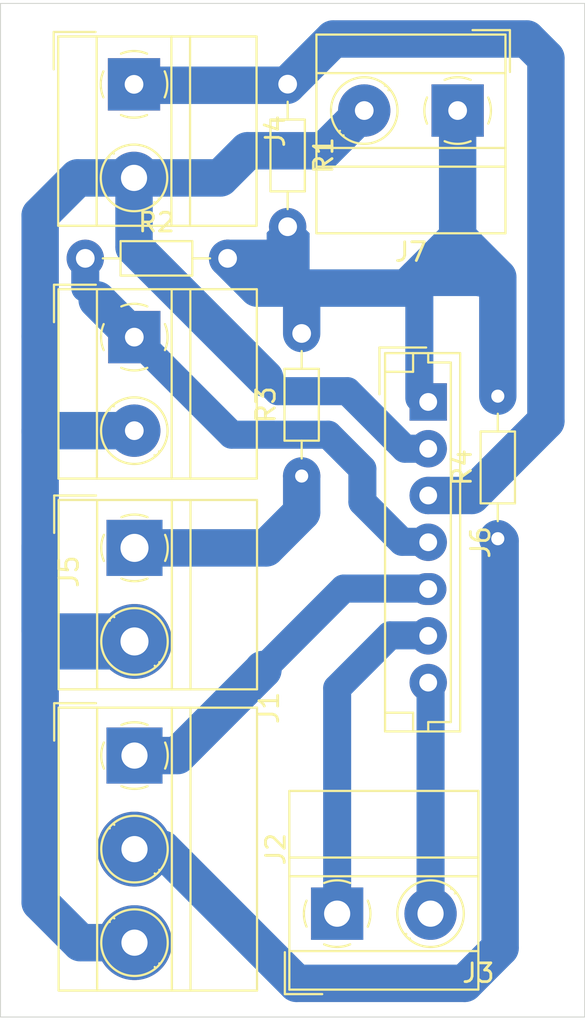
<source format=kicad_pcb>
(kicad_pcb (version 20240108) (generator "pcbnew") (generator_version "8.0")
  (layers (0 "F.Cu" signal) (31 "B.Cu" signal) (34 "B.Paste" user) (35 "F.Paste" user) (36 "B.SilkS" user "B.Silkscreen") (37 "F.SilkS" user "F.Silkscreen") (38 "B.Mask" user) (39 "F.Mask" user) (44 "Edge.Cuts" user))
  (net 0 "")
  (net 1 "GND")
  (net 2 "Net-(J1-Pin_1)")
  (net 3 "Net-(J3-Pin_2)")
  (net 4 "Net-(J3-Pin_1)")
  (net 5 "Net-(J4-Pin_1)")
  (net 6 "Net-(J5-Pin_1)")
  (net 7 "+5C")
  (net 8 "Net-(J2-Pin_1)")
  (net 9 "Net-(J2-Pin_2)")
  (footprint "TerminalBlock_MetzConnect:TerminalBlock_MetzConnect_Type011_RT05502HBWC_1x02_P5.00mm_Horizontal" (layer "F.Cu") (at 31.125 67.775 -90)
    (property "Reference" "J4" (at 2.5 -7.56 -90) (layer "F.SilkS"))
    (property "Value" "k a")
    (fp_line (start -2.8 4.3) (end -0.8 4.3) (stroke (width 0.12)) (layer "F.SilkS"))
    (fp_line (start -2.56 4.06) (end 7.56 4.06) (stroke (width 0.12)) (layer "F.SilkS"))
    (fp_line (start -2.8 2.06) (end -2.8 4.3) (stroke (width 0.12)) (layer "F.SilkS"))
    (fp_line (start -2.56 2) (end 7.56 2) (stroke (width 0.12)) (layer "F.SilkS"))
    (fp_line (start 3.892 1.325) (end 3.868 1.35) (stroke (width 0.12)) (layer "F.SilkS"))
    (fp_line (start 3.7 1.083) (end 3.65 1.133) (stroke (width 0.12)) (layer "F.SilkS"))
    (fp_line (start 6.35 -1.133) (end 6.301 -1.083) (stroke (width 0.12)) (layer "F.SilkS"))
    (fp_line (start 6.133 -1.35) (end 6.108 -1.326) (stroke (width 0.12)) (layer "F.SilkS"))
    (fp_line (start -2.56 -2) (end 7.56 -2) (stroke (width 0.12)) (layer "F.SilkS"))
    (fp_line (start -2.56 -3) (end 7.56 -3) (stroke (width 0.12)) (layer "F.SilkS"))
    (fp_line (start -2.56 -6.56) (end -2.56 4.06) (stroke (width 0.12)) (layer "F.SilkS"))
    (fp_line (start -2.56 -6.56) (end 7.56 -6.56) (stroke (width 0.12)) (layer "F.SilkS"))
    (fp_line (start 7.56 -6.56) (end 7.56 4.06) (stroke (width 0.12)) (layer "F.SilkS"))
    (fp_arc (start 0.030814 1.78039) (mid -0.340023 1.747891) (end -0.696 1.639) (stroke (width 0.12)) (layer "F.SilkS"))
    (fp_arc (start 0.695501 1.638499) (mid 0.354875 1.744266) (end 0 1.78) (stroke (width 0.12)) (layer "F.SilkS"))
    (fp_arc (start -1.639206 0.695516) (mid -1.780657 -0.000263) (end -1.639 -0.696) (stroke (width 0.12)) (layer "F.SilkS"))
    (fp_arc (start 1.639206 -0.695516) (mid 1.780657 0.000263) (end 1.639 0.696) (stroke (width 0.12)) (layer "F.SilkS"))
    (fp_arc (start -0.695516 -1.639206) (mid 0.000263 -1.780657) (end 0.696 -1.639) (stroke (width 0.12)) (layer "F.SilkS"))
    (fp_circle (center 5 0) (end 6.78 0) (stroke (width 0.12)) (fill none) (layer "F.SilkS"))
    (pad "1" thru_hole rect (at 0 0 270) (size 2.8 2.8) (drill 1) (layers "*.Cu" "*.Mask") (net 5 "Net-(J4-Pin_1)"))
    (pad "2" thru_hole circle (at 5 0 270) (size 2.8 2.8) (drill 1.4) (layers "*.Cu" "*.Mask") (net 1 "GND"))
  )
  (footprint "Resistor_THT:R_Axial_DIN0204_L3.6mm_D1.6mm_P7.62mm_Horizontal" (layer "F.Cu") (at 50.6 92.06 90)
    (property "Reference" "R4" (at 3.81 -1.92 90) (layer "F.SilkS"))
    (property "Value" "10 k")
    (fp_line (start 5.73 -0.92) (end 1.89 -0.92) (stroke (width 0.12)) (layer "F.SilkS"))
    (fp_line (start 1.89 -0.92) (end 1.89 0.92) (stroke (width 0.12)) (layer "F.SilkS"))
    (fp_line (start 6.68 0) (end 5.73 0) (stroke (width 0.12)) (layer "F.SilkS"))
    (fp_line (start 0.94 0) (end 1.89 0) (stroke (width 0.12)) (layer "F.SilkS"))
    (fp_line (start 5.73 0.92) (end 5.73 -0.92) (stroke (width 0.12)) (layer "F.SilkS"))
    (fp_line (start 1.89 0.92) (end 5.73 0.92) (stroke (width 0.12)) (layer "F.SilkS"))
    (pad "1" thru_hole circle (at 0 0 90) (size 1.4 1.4) (drill 0.7) (layers "*.Cu" "*.Mask") (net 9 "Net-(J2-Pin_2)"))
    (pad "2" thru_hole oval (at 7.62 0 90) (size 1.4 1.4) (drill 0.7) (layers "*.Cu" "*.Mask") (net 7 "+5C"))
  )
  (footprint "Resistor_THT:R_Axial_DIN0204_L3.6mm_D1.6mm_P7.62mm_Horizontal" (layer "F.Cu") (at 39.35 67.765 -90)
    (property "Reference" "R1" (at 3.81 -1.92 90) (layer "F.SilkS"))
    (property "Value" "10 k")
    (fp_line (start 1.89 0.92) (end 5.73 0.92) (stroke (width 0.12)) (layer "F.SilkS"))
    (fp_line (start 5.73 0.92) (end 5.73 -0.92) (stroke (width 0.12)) (layer "F.SilkS"))
    (fp_line (start 0.94 0) (end 1.89 0) (stroke (width 0.12)) (layer "F.SilkS"))
    (fp_line (start 6.68 0) (end 5.73 0) (stroke (width 0.12)) (layer "F.SilkS"))
    (fp_line (start 1.89 -0.92) (end 1.89 0.92) (stroke (width 0.12)) (layer "F.SilkS"))
    (fp_line (start 5.73 -0.92) (end 1.89 -0.92) (stroke (width 0.12)) (layer "F.SilkS"))
    (pad "1" thru_hole circle (at 0 0 270) (size 1.4 1.4) (drill 1) (layers "*.Cu" "*.Mask") (net 5 "Net-(J4-Pin_1)"))
    (pad "2" thru_hole circle (at 7.62 0 270) (size 2 2) (drill 1) (layers "*.Cu" "*.Mask") (net 7 "+5C"))
  )
  (footprint "Connector_JST:JST_EH_B7B-EH-A_1x07_P2.50mm_Vertical" (layer "F.Cu") (at 46.875 84.75 -90)
    (property "Reference" "J6" (at 7.5 -2.8 -90) (layer "F.SilkS"))
    (property "Value" "Conn_01x07_Pin")
    (fp_line (start -2.91 2.61) (end -0.41 2.61) (stroke (width 0.12)) (layer "F.SilkS"))
    (fp_line (start -2.61 2.31) (end 17.61 2.31) (stroke (width 0.12)) (layer "F.SilkS"))
    (fp_line (start 17.61 2.31) (end 17.61 -1.71) (stroke (width 0.12)) (layer "F.SilkS"))
    (fp_line (start -2.61 0.81) (end -1.61 0.81) (stroke (width 0.12)) (layer "F.SilkS"))
    (fp_line (start -1.61 0.81) (end -1.61 2.31) (stroke (width 0.12)) (layer "F.SilkS"))
    (fp_line (start 16.61 0.81) (end 16.61 2.31) (stroke (width 0.12)) (layer "F.SilkS"))
    (fp_line (start 17.61 0.81) (end 16.61 0.81) (stroke (width 0.12)) (layer "F.SilkS"))
    (fp_line (start -2.91 0.11) (end -2.91 2.61) (stroke (width 0.12)) (layer "F.SilkS"))
    (fp_line (start -2.61 0) (end -2.11 0) (stroke (width 0.12)) (layer "F.SilkS"))
    (fp_line (start -2.11 0) (end -2.11 -1.21) (stroke (width 0.12)) (layer "F.SilkS"))
    (fp_line (start 17.11 0) (end 17.61 0) (stroke (width 0.12)) (layer "F.SilkS"))
    (fp_line (start -2.11 -1.21) (end 17.11 -1.21) (stroke (width 0.12)) (layer "F.SilkS"))
    (fp_line (start 17.11 -1.21) (end 17.11 0) (stroke (width 0.12)) (layer "F.SilkS"))
    (fp_line (start -2.61 -1.71) (end -2.61 2.31) (stroke (width 0.12)) (layer "F.SilkS"))
    (fp_line (start 17.61 -1.71) (end -2.61 -1.71) (stroke (width 0.12)) (layer "F.SilkS"))
    (pad "1" thru_hole rect (at 0 0 270) (size 2 2) (drill 0.95) (layers "*.Cu" "*.Mask") (net 7 "+5C"))
    (pad "2" thru_hole oval (at 2.5 0 270) (size 2 2) (drill 0.95) (layers "*.Cu" "*.Mask") (net 1 "GND"))
    (pad "3" thru_hole oval (at 5 0 270) (size 2 2) (drill 0.95) (layers "*.Cu" "*.Mask") (net 5 "Net-(J4-Pin_1)"))
    (pad "4" thru_hole oval (at 7.5 0 270) (size 2 2) (drill 0.95) (layers "*.Cu" "*.Mask") (net 6 "Net-(J5-Pin_1)"))
    (pad "5" thru_hole oval (at 10 0 270) (size 1.7 1.95) (drill 0.95) (layers "*.Cu" "*.Mask") (net 8 "Net-(J2-Pin_1)"))
    (pad "6" thru_hole oval (at 12.5 0 270) (size 2 2) (drill 0.95) (layers "*.Cu" "*.Mask") (net 4 "Net-(J3-Pin_1)"))
    (pad "7" thru_hole oval (at 15 0 270) (size 2 2) (drill 0.95) (layers "*.Cu" "*.Mask") (net 3 "Net-(J3-Pin_2)"))
  )
  (footprint "TerminalBlock_MetzConnect:TerminalBlock_MetzConnect_Type011_RT05502HBWC_1x02_P5.00mm_Horizontal" (layer "F.Cu") (at 31.15 92.55 -90)
    (property "Reference" "J1" (at 8.55 -7.21 -90) (layer "F.SilkS"))
    (property "Value" "switch")
    (fp_line (start -2.8 4.3) (end -0.8 4.3) (stroke (width 0.12)) (layer "F.SilkS"))
    (fp_line (start -2.56 4.06) (end 7.56 4.06) (stroke (width 0.12)) (layer "F.SilkS"))
    (fp_line (start -2.8 2.06) (end -2.8 4.3) (stroke (width 0.12)) (layer "F.SilkS"))
    (fp_line (start -2.56 2) (end 7.56 2) (stroke (width 0.12)) (layer "F.SilkS"))
    (fp_line (start 3.892 1.325) (end 3.868 1.35) (stroke (width 0.12)) (layer "F.SilkS"))
    (fp_line (start 3.7 1.083) (end 3.65 1.133) (stroke (width 0.12)) (layer "F.SilkS"))
    (fp_line (start 6.35 -1.133) (end 6.301 -1.083) (stroke (width 0.12)) (layer "F.SilkS"))
    (fp_line (start 6.133 -1.35) (end 6.108 -1.326) (stroke (width 0.12)) (layer "F.SilkS"))
    (fp_line (start -2.56 -2) (end 7.56 -2) (stroke (width 0.12)) (layer "F.SilkS"))
    (fp_line (start -2.56 -3) (end 7.56 -3) (stroke (width 0.12)) (layer "F.SilkS"))
    (fp_line (start -2.56 -6.56) (end -2.56 4.06) (stroke (width 0.12)) (layer "F.SilkS"))
    (fp_line (start -2.56 -6.56) (end 7.56 -6.56) (stroke (width 0.12)) (layer "F.SilkS"))
    (fp_line (start 7.56 -6.56) (end 7.56 4.06) (stroke (width 0.12)) (layer "F.SilkS"))
    (fp_arc (start 0.030814 1.78039) (mid -0.340023 1.747891) (end -0.696 1.639) (stroke (width 0.12)) (layer "F.SilkS"))
    (fp_arc (start 0.695501 1.638499) (mid 0.354875 1.744266) (end 0 1.78) (stroke (width 0.12)) (layer "F.SilkS"))
    (fp_arc (start -1.639206 0.695516) (mid -1.780657 -0.000263) (end -1.639 -0.696) (stroke (width 0.12)) (layer "F.SilkS"))
    (fp_arc (start 1.639206 -0.695516) (mid 1.780657 0.000263) (end 1.639 0.696) (stroke (width 0.12)) (layer "F.SilkS"))
    (fp_arc (start -0.695516 -1.639206) (mid 0.000263 -1.780657) (end 0.696 -1.639) (stroke (width 0.12)) (layer "F.SilkS"))
    (fp_circle (center 5 0) (end 6.78 0) (stroke (width 0.12)) (fill none) (layer "F.SilkS"))
    (pad "1" thru_hole rect (at 0 0 270) (size 3 3) (drill 1.5) (layers "*.Cu" "*.Mask") (net 2 "Net-(J1-Pin_1)"))
    (pad "2" thru_hole circle (at 5 0 270) (size 4 4) (drill 1.5) (layers "*.Cu" "*.Mask") (net 1 "GND"))
  )
  (footprint "TerminalBlock_MetzConnect:TerminalBlock_MetzConnect_Type011_RT05502HBWC_1x02_P5.00mm_Horizontal" (layer "F.Cu") (at 42 112.1)
    (property "Reference" "J3" (at 7.56 3.175 0) (layer "F.SilkS"))
    (property "Value" "bala paiin")
    (fp_line (start -2.8 2.06) (end -2.8 4.3) (stroke (width 0.12)) (layer "F.SilkS"))
    (fp_line (start -2.8 4.3) (end -0.8 4.3) (stroke (width 0.12)) (layer "F.SilkS"))
    (fp_line (start -2.56 -6.56) (end -2.56 4.06) (stroke (width 0.12)) (layer "F.SilkS"))
    (fp_line (start -2.56 -6.56) (end 7.56 -6.56) (stroke (width 0.12)) (layer "F.SilkS"))
    (fp_line (start -2.56 -3) (end 7.56 -3) (stroke (width 0.12)) (layer "F.SilkS"))
    (fp_line (start -2.56 -2) (end 7.56 -2) (stroke (width 0.12)) (layer "F.SilkS"))
    (fp_line (start -2.56 2) (end 7.56 2) (stroke (width 0.12)) (layer "F.SilkS"))
    (fp_line (start -2.56 4.06) (end 7.56 4.06) (stroke (width 0.12)) (layer "F.SilkS"))
    (fp_line (start 3.7 1.083) (end 3.65 1.133) (stroke (width 0.12)) (layer "F.SilkS"))
    (fp_line (start 3.892 1.325) (end 3.868 1.35) (stroke (width 0.12)) (layer "F.SilkS"))
    (fp_line (start 6.133 -1.35) (end 6.108 -1.326) (stroke (width 0.12)) (layer "F.SilkS"))
    (fp_line (start 6.35 -1.133) (end 6.301 -1.083) (stroke (width 0.12)) (layer "F.SilkS"))
    (fp_line (start 7.56 -6.56) (end 7.56 4.06) (stroke (width 0.12)) (layer "F.SilkS"))
    (fp_arc (start -1.639206 0.695516) (mid -1.780657 -0.000263) (end -1.639 -0.696) (stroke (width 0.12)) (layer "F.SilkS"))
    (fp_arc (start -0.695516 -1.639206) (mid 0.000263 -1.780657) (end 0.696 -1.639) (stroke (width 0.12)) (layer "F.SilkS"))
    (fp_arc (start 0.030814 1.78039) (mid -0.340023 1.747891) (end -0.696 1.639) (stroke (width 0.12)) (layer "F.SilkS"))
    (fp_arc (start 0.695501 1.638499) (mid 0.354875 1.744266) (end 0 1.78) (stroke (width 0.12)) (layer "F.SilkS"))
    (fp_arc (start 1.639206 -0.695516) (mid 1.780657 0.000263) (end 1.639 0.696) (stroke (width 0.12)) (layer "F.SilkS"))
    (fp_circle (center 5 0) (end 6.78 0) (stroke (width 0.12)) (fill none) (layer "F.SilkS"))
    (pad "1" thru_hole rect (at 0 0) (size 2.8 2.8) (drill 1.4) (layers "*.Cu" "*.Mask") (net 4 "Net-(J3-Pin_1)"))
    (pad "2" thru_hole circle (at 5 0) (size 2.8 2.8) (drill 1.4) (layers "*.Cu" "*.Mask") (net 3 "Net-(J3-Pin_2)"))
  )
  (footprint "TerminalBlock_MetzConnect:TerminalBlock_MetzConnect_Type011_RT05502HBWC_1x02_P5.00mm_Horizontal" (layer "F.Cu") (at 48.45 69.175 180)
    (property "Reference" "J7" (at 2.5 -7.56 0) (layer "F.SilkS"))
    (property "Value" "5+")
    (fp_line (start 7.56 -6.56) (end 7.56 4.06) (stroke (width 0.12)) (layer "F.SilkS"))
    (fp_line (start 6.35 -1.133) (end 6.301 -1.083) (stroke (width 0.12)) (layer "F.SilkS"))
    (fp_line (start 6.133 -1.35) (end 6.108 -1.326) (stroke (width 0.12)) (layer "F.SilkS"))
    (fp_line (start 3.892 1.325) (end 3.868 1.35) (stroke (width 0.12)) (layer "F.SilkS"))
    (fp_line (start 3.7 1.083) (end 3.65 1.133) (stroke (width 0.12)) (layer "F.SilkS"))
    (fp_line (start -2.56 4.06) (end 7.56 4.06) (stroke (width 0.12)) (layer "F.SilkS"))
    (fp_line (start -2.56 2) (end 7.56 2) (stroke (width 0.12)) (layer "F.SilkS"))
    (fp_line (start -2.56 -2) (end 7.56 -2) (stroke (width 0.12)) (layer "F.SilkS"))
    (fp_line (start -2.56 -3) (end 7.56 -3) (stroke (width 0.12)) (layer "F.SilkS"))
    (fp_line (start -2.56 -6.56) (end 7.56 -6.56) (stroke (width 0.12)) (layer "F.SilkS"))
    (fp_line (start -2.56 -6.56) (end -2.56 4.06) (stroke (width 0.12)) (layer "F.SilkS"))
    (fp_line (start -2.8 4.3) (end -0.8 4.3) (stroke (width 0.12)) (layer "F.SilkS"))
    (fp_line (start -2.8 2.06) (end -2.8 4.3) (stroke (width 0.12)) (layer "F.SilkS"))
    (fp_arc (start 1.639206 -0.695516) (mid 1.780657 0.000263) (end 1.639 0.696) (stroke (width 0.12)) (layer "F.SilkS"))
    (fp_arc (start 0.695501 1.638499) (mid 0.354875 1.744266) (end 0 1.78) (stroke (width 0.12)) (layer "F.SilkS"))
    (fp_arc (start 0.030814 1.78039) (mid -0.340023 1.747891) (end -0.696 1.639) (stroke (width 0.12)) (layer "F.SilkS"))
    (fp_arc (start -0.695516 -1.639206) (mid 0.000263 -1.780657) (end 0.696 -1.639) (stroke (width 0.12)) (layer "F.SilkS"))
    (fp_arc (start -1.639206 0.695516) (mid -1.780657 -0.000263) (end -1.639 -0.696) (stroke (width 0.12)) (layer "F.SilkS"))
    (fp_circle (center 5 0) (end 6.78 0) (stroke (width 0.12)) (fill none) (layer "F.SilkS"))
    (pad "1" thru_hole rect (at 0 0 180) (size 2.8 2.8) (drill 1) (layers "*.Cu" "*.Mask") (net 7 "+5C"))
    (pad "2" thru_hole circle (at 5 0 180) (size 2.8 2.8) (drill 1) (layers "*.Cu" "*.Mask") (net 1 "GND"))
  )
  (footprint "Resistor_THT:R_Axial_DIN0204_L3.6mm_D1.6mm_P7.62mm_Horizontal" (layer "F.Cu") (at 40.1 88.71 90)
    (property "Reference" "R3" (at 3.81 -1.92 90) (layer "F.SilkS"))
    (property "Value" "10 k")
    (fp_line (start 5.73 -0.92) (end 1.89 -0.92) (stroke (width 0.12)) (layer "F.SilkS"))
    (fp_line (start 1.89 -0.92) (end 1.89 0.92) (stroke (width 0.12)) (layer "F.SilkS"))
    (fp_line (start 6.68 0) (end 5.73 0) (stroke (width 0.12)) (layer "F.SilkS"))
    (fp_line (start 0.94 0) (end 1.89 0) (stroke (width 0.12)) (layer "F.SilkS"))
    (fp_line (start 5.73 0.92) (end 5.73 -0.92) (stroke (width 0.12)) (layer "F.SilkS"))
    (fp_line (start 1.89 0.92) (end 5.73 0.92) (stroke (width 0.12)) (layer "F.SilkS"))
    (pad "1" thru_hole circle (at 0 0 90) (size 2 2) (drill 0.7) (layers "*.Cu" "*.Mask") (net 2 "Net-(J1-Pin_1)"))
    (pad "2" thru_hole oval (at 7.62 0 90) (size 1.4 1.4) (drill 1) (layers "*.Cu" "*.Mask") (net 7 "+5C"))
  )
  (footprint "Resistor_THT:R_Axial_DIN0204_L3.6mm_D1.6mm_P7.62mm_Horizontal" (layer "F.Cu") (at 28.515 77.075)
    (property "Reference" "R2" (at 3.81 -1.92 0) (layer "F.SilkS"))
    (property "Value" "10 k")
    (fp_line (start 0.94 0) (end 1.89 0) (stroke (width 0.12)) (layer "F.SilkS"))
    (fp_line (start 1.89 -0.92) (end 1.89 0.92) (stroke (width 0.12)) (layer "F.SilkS"))
    (fp_line (start 1.89 0.92) (end 5.73 0.92) (stroke (width 0.12)) (layer "F.SilkS"))
    (fp_line (start 5.73 -0.92) (end 1.89 -0.92) (stroke (width 0.12)) (layer "F.SilkS"))
    (fp_line (start 5.73 0.92) (end 5.73 -0.92) (stroke (width 0.12)) (layer "F.SilkS"))
    (fp_line (start 6.68 0) (end 5.73 0) (stroke (width 0.12)) (layer "F.SilkS"))
    (pad "1" thru_hole circle (at 0 0) (size 2 2) (drill 1) (layers "*.Cu" "*.Mask") (net 6 "Net-(J5-Pin_1)"))
    (pad "2" thru_hole circle (at 7.62 0) (size 2 2) (drill 1) (layers "*.Cu" "*.Mask") (net 7 "+5C"))
  )
  (footprint "TerminalBlock_MetzConnect:TerminalBlock_MetzConnect_Type011_RT05503HBWC_1x03_P5.00mm_Horizontal" (layer "F.Cu") (at 31.15 103.65 -90)
    (property "Reference" "J2" (at 5 -7.56 -90) (layer "F.SilkS"))
    (property "Value" "Screw_Terminal_01x03")
    (fp_line (start -2.8 4.3) (end -0.8 4.3) (stroke (width 0.12)) (layer "F.SilkS"))
    (fp_line (start -2.56 4.06) (end 12.56 4.06) (stroke (width 0.12)) (layer "F.SilkS"))
    (fp_line (start -2.8 2.06) (end -2.8 4.3) (stroke (width 0.12)) (layer "F.SilkS"))
    (fp_line (start -2.56 2) (end 12.56 2) (stroke (width 0.12)) (layer "F.SilkS"))
    (fp_line (start 3.892 1.325) (end 3.868 1.35) (stroke (width 0.12)) (layer "F.SilkS"))
    (fp_line (start 8.892 1.325) (end 8.868 1.35) (stroke (width 0.12)) (layer "F.SilkS"))
    (fp_line (start 3.7 1.083) (end 3.65 1.133) (stroke (width 0.12)) (layer "F.SilkS"))
    (fp_line (start 8.7 1.083) (end 8.65 1.133) (stroke (width 0.12)) (layer "F.SilkS"))
    (fp_line (start 6.35 -1.133) (end 6.301 -1.083) (stroke (width 0.12)) (layer "F.SilkS"))
    (fp_line (start 11.35 -1.133) (end 11.301 -1.083) (stroke (width 0.12)) (layer "F.SilkS"))
    (fp_line (start 6.133 -1.35) (end 6.108 -1.326) (stroke (width 0.12)) (layer "F.SilkS"))
    (fp_line (start 11.133 -1.35) (end 11.108 -1.326) (stroke (width 0.12)) (layer "F.SilkS"))
    (fp_line (start -2.56 -2) (end 12.56 -2) (stroke (width 0.12)) (layer "F.SilkS"))
    (fp_line (start -2.56 -3) (end 12.56 -3) (stroke (width 0.12)) (layer "F.SilkS"))
    (fp_line (start -2.56 -6.56) (end -2.56 4.06) (stroke (width 0.12)) (layer "F.SilkS"))
    (fp_line (start -2.56 -6.56) (end 12.56 -6.56) (stroke (width 0.12)) (layer "F.SilkS"))
    (fp_line (start 12.56 -6.56) (end 12.56 4.06) (stroke (width 0.12)) (layer "F.SilkS"))
    (fp_arc (start 0.030814 1.78039) (mid -0.340023 1.747891) (end -0.696 1.639) (stroke (width 0.12)) (layer "F.SilkS"))
    (fp_arc (start 0.695501 1.638499) (mid 0.354875 1.744266) (end 0 1.78) (stroke (width 0.12)) (layer "F.SilkS"))
    (fp_arc (start -1.639206 0.695516) (mid -1.780657 -0.000263) (end -1.639 -0.696) (stroke (width 0.12)) (layer "F.SilkS"))
    (fp_arc (start 1.639206 -0.695516) (mid 1.780657 0.000263) (end 1.639 0.696) (stroke (width 0.12)) (layer "F.SilkS"))
    (fp_arc (start -0.695516 -1.639206) (mid 0.000263 -1.780657) (end 0.696 -1.639) (stroke (width 0.12)) (layer "F.SilkS"))
    (fp_circle (center 5 0) (end 6.78 0) (stroke (width 0.12)) (fill none) (layer "F.SilkS"))
    (fp_circle (center 10 0) (end 11.78 0) (stroke (width 0.12)) (fill none) (layer "F.SilkS"))
    (pad "1" thru_hole rect (at 0 0 270) (size 3 3) (drill 1.4) (layers "*.Cu" "*.Mask") (net 8 "Net-(J2-Pin_1)"))
    (pad "2" thru_hole circle (at 5 0 270) (size 4 4) (drill 1.4) (layers "*.Cu" "*.Mask") (net 9 "Net-(J2-Pin_2)"))
    (pad "3" thru_hole circle (at 10 0 270) (size 4 4) (drill 1.4) (layers "*.Cu" "*.Mask") (net 1 "GND"))
  )
  (footprint "TerminalBlock_MetzConnect:TerminalBlock_MetzConnect_Type011_RT05502HBWC_1x02_P5.00mm_Horizontal" (layer "F.Cu") (at 31.14 81.285 -90)
    (property "Reference" "J5" (at 12.535 3.5 -90) (layer "F.SilkS"))
    (property "Value" "k b")
    (fp_line (start -2.8 4.3) (end -0.8 4.3) (stroke (width 0.12)) (layer "F.SilkS"))
    (fp_line (start -2.56 4.06) (end 7.56 4.06) (stroke (width 0.12)) (layer "F.SilkS"))
    (fp_line (start -2.8 2.06) (end -2.8 4.3) (stroke (width 0.12)) (layer "F.SilkS"))
    (fp_line (start -2.56 2) (end 7.56 2) (stroke (width 0.12)) (layer "F.SilkS"))
    (fp_line (start 3.892 1.325) (end 3.868 1.35) (stroke (width 0.12)) (layer "F.SilkS"))
    (fp_line (start 3.7 1.083) (end 3.65 1.133) (stroke (width 0.12)) (layer "F.SilkS"))
    (fp_line (start 6.35 -1.133) (end 6.301 -1.083) (stroke (width 0.12)) (layer "F.SilkS"))
    (fp_line (start 6.133 -1.35) (end 6.108 -1.326) (stroke (width 0.12)) (layer "F.SilkS"))
    (fp_line (start -2.56 -2) (end 7.56 -2) (stroke (width 0.12)) (layer "F.SilkS"))
    (fp_line (start -2.56 -3) (end 7.56 -3) (stroke (width 0.12)) (layer "F.SilkS"))
    (fp_line (start -2.56 -6.56) (end -2.56 4.06) (stroke (width 0.12)) (layer "F.SilkS"))
    (fp_line (start -2.56 -6.56) (end 7.56 -6.56) (stroke (width 0.12)) (layer "F.SilkS"))
    (fp_line (start 7.56 -6.56) (end 7.56 4.06) (stroke (width 0.12)) (layer "F.SilkS"))
    (fp_arc (start 0.030814 1.78039) (mid -0.340023 1.747891) (end -0.696 1.639) (stroke (width 0.12)) (layer "F.SilkS"))
    (fp_arc (start 0.695501 1.638499) (mid 0.354875 1.744266) (end 0 1.78) (stroke (width 0.12)) (layer "F.SilkS"))
    (fp_arc (start -1.639206 0.695516) (mid -1.780657 -0.000263) (end -1.639 -0.696) (stroke (width 0.12)) (layer "F.SilkS"))
    (fp_arc (start 1.639206 -0.695516) (mid 1.780657 0.000263) (end 1.639 0.696) (stroke (width 0.12)) (layer "F.SilkS"))
    (fp_arc (start -0.695516 -1.639206) (mid 0.000263 -1.780657) (end 0.696 -1.639) (stroke (width 0.12)) (layer "F.SilkS"))
    (fp_circle (center 5 0) (end 6.78 0) (stroke (width 0.12)) (fill none) (layer "F.SilkS"))
    (pad "1" thru_hole rect (at 0 0 270) (size 2.8 2.8) (drill 1) (layers "*.Cu" "*.Mask") (net 6 "Net-(J5-Pin_1)"))
    (pad "2" thru_hole circle (at 5 0 270) (size 2.8 2.8) (drill 1) (layers "*.Cu" "*.Mask") (net 1 "GND"))
  )
  (gr_rect (start 23.975 63.45) (end 55.25 117.625) (stroke (width 0.05)) (fill none) (layer "Edge.Cuts"))
  (segment (start 43.45 69.175) (end 41.3 71.325) (width 2) (layer "B.Cu") (net 1))
  (segment (start 37.2 71.325) (end 35.75 72.775) (width 2) (layer "B.Cu") (net 1))
  (segment (start 35.75 72.775) (end 31.125 72.775) (width 2) (layer "B.Cu") (net 1))
  (segment (start 46.875 87.25) (end 45.625 87.25) (width 1.5) (layer "B.Cu") (net 1))
  (segment (start 38.125 83.475) (end 31.125 76.475) (width 2) (layer "B.Cu") (net 1))
  (segment (start 28.1 72.775) (end 26.1 74.775) (width 2) (layer "B.Cu") (net 1))
  (segment (start 26.1 86.325) (end 26.1 92.5) (width 2) (layer "B.Cu") (net 1))
  (segment (start 31.125 72.775) (end 28.1 72.775) (width 2) (layer "B.Cu") (net 1))
  (segment (start 38.825 84.175) (end 38.125 83.475) (width 1.5) (layer "B.Cu") (net 1))
  (segment (start 42.55 84.175) (end 38.825 84.175) (width 1.5) (layer "B.Cu") (net 1))
  (segment (start 31.125 76.475) (end 31.125 72.775) (width 2) (layer "B.Cu") (net 1))
  (segment (start 26.7 97.55) (end 26.1 96.95) (width 2) (layer "B.Cu") (net 1))
  (segment (start 28.25 113.65) (end 31.15 113.65) (width 2) (layer "B.Cu") (net 1))
  (segment (start 45.625 87.25) (end 42.55 84.175) (width 1.5) (layer "B.Cu") (net 1))
  (segment (start 26.1 92.5) (end 26.1 111.5) (width 2) (layer "B.Cu") (net 1))
  (segment (start 41.3 71.325) (end 37.2 71.325) (width 2) (layer "B.Cu") (net 1))
  (segment (start 31.15 97.55) (end 26.7 97.55) (width 3) (layer "B.Cu") (net 1))
  (segment (start 26.14 86.285) (end 26.1 86.325) (width 2) (layer "B.Cu") (net 1))
  (segment (start 26.1 81.245) (end 26.1 86.325) (width 2) (layer "B.Cu") (net 1))
  (segment (start 26.1 74.775) (end 26.1 81.245) (width 2) (layer "B.Cu") (net 1))
  (segment (start 26.1 111.5) (end 28.25 113.65) (width 2) (layer "B.Cu") (net 1))
  (segment (start 31.14 86.285) (end 26.14 86.285) (width 2) (layer "B.Cu") (net 1))
  (segment (start 26.1 92.5) (end 26.1 96.95) (width 2) (layer "B.Cu") (net 1))
  (segment (start 38.2 92.55) (end 40.1 90.65) (width 2) (layer "B.Cu") (net 2))
  (segment (start 31.15 92.55) (end 38.2 92.55) (width 2) (layer "B.Cu") (net 2))
  (segment (start 40.1 90.65) (end 40.1 88.71) (width 2) (layer "B.Cu") (net 2))
  (segment (start 47 99.8) (end 47.075 99.725) (width 1.5) (layer "B.Cu") (net 3))
  (segment (start 47 112.1) (end 47 99.8) (width 1.5) (layer "B.Cu") (net 3))
  (segment (start 47.075 97.225) (end 44.825 97.225) (width 1.5) (layer "B.Cu") (net 4))
  (segment (start 44.825 97.225) (end 42 100.05) (width 1.5) (layer "B.Cu") (net 4))
  (segment (start 42 100.05) (end 42 112.1) (width 1.5) (layer "B.Cu") (net 4))
  (segment (start 53.175 85.775) (end 53.175 66.375) (width 2) (layer "B.Cu") (net 5))
  (segment (start 52.15 65.35) (end 41.79 65.35) (width 2) (layer "B.Cu") (net 5))
  (segment (start 53.175 66.375) (end 52.15 65.35) (width 2) (layer "B.Cu") (net 5))
  (segment (start 46.875 89.75) (end 49.2 89.75) (width 2) (layer "B.Cu") (net 5))
  (segment (start 41.79 65.35) (end 39.35 67.79) (width 2) (layer "B.Cu") (net 5))
  (segment (start 39.335 67.775) (end 39.35 67.79) (width 1) (layer "B.Cu") (net 5))
  (segment (start 49.2 89.75) (end 53.175 85.775) (width 2) (layer "B.Cu") (net 5))
  (segment (start 31.125 67.775) (end 39.335 67.775) (width 1) (layer "B.Cu") (net 5))
  (segment (start 31.35 67.825) (end 39.315 67.825) (width 2) (layer "B.Cu") (net 5))
  (segment (start 39.315 67.825) (end 39.35 67.79) (width 2) (layer "B.Cu") (net 5))
  (segment (start 43.35 88.325) (end 41.525 86.5) (width 1.5) (layer "B.Cu") (net 6))
  (segment (start 47.075 92.225) (end 45.475 92.225) (width 1.5) (layer "B.Cu") (net 6))
  (segment (start 36.35 86.5) (end 31.14 81.29) (width 1.5) (layer "B.Cu") (net 6))
  (segment (start 31.14 81.285) (end 29.15 79.295) (width 2) (layer "B.Cu") (net 6))
  (segment (start 28.515 77.075) (end 28.515 78.66) (width 1.5) (layer "B.Cu") (net 6))
  (segment (start 41.525 86.5) (end 36.35 86.5) (width 1.5) (layer "B.Cu") (net 6))
  (segment (start 45.475 92.225) (end 43.35 90.1) (width 1.5) (layer "B.Cu") (net 6))
  (segment (start 31.14 81.29) (end 31.14 81.285) (width 1.5) (layer "B.Cu") (net 6))
  (segment (start 43.35 90.1) (end 43.35 88.325) (width 1.5) (layer "B.Cu") (net 6))
  (segment (start 48.45 75.94) (end 45.725 78.665) (width 2) (layer "B.Cu") (net 7))
  (segment (start 49.69 78.09) (end 46.3 78.09) (width 2) (layer "B.Cu") (net 7))
  (segment (start 38.65 75) (end 38.525 75.125) (width 0.2) (layer "B.Cu") (net 7))
  (segment (start 38.86 75.41) (end 38.675 75.225) (width 0.2) (layer "B.Cu") (net 7))
  (segment (start 50.6 78.09) (end 48.45 75.94) (width 2) (layer "B.Cu") (net 7))
  (segment (start 38.9875 74.6625) (end 39.025 74.7) (width 0.2) (layer "B.Cu") (net 7))
  (segment (start 39.35 78.665) (end 39.35 76.875) (width 2) (layer "B.Cu") (net 7))
  (segment (start 38.9875 74.6625) (end 38.65 75) (width 0.2) (layer "B.Cu") (net 7))
  (segment (start 46.4 84.55) (end 46.4 78.19) (width 1.5) (layer "B.Cu") (net 7))
  (segment (start 46.4 78.19) (end 46.3 78.09) (width 1.5) (layer "B.Cu") (net 7))
  (segment (start 39.15 77.075) (end 39.35 76.875) (width 2) (layer "B.Cu") (net 7))
  (segment (start 39.625 75.925) (end 39.35 76.2) (width 0.2) (layer "B.Cu") (net 7))
  (segment (start 38.3625 75.7125) (end 38.8625 75.7125) (width 0.2) (layer "B.Cu") (net 7))
  (segment (start 39.865 75.41) (end 40.025 75.25) (width 0.2) (layer "B.Cu") (net 7))
  (segment (start 36.135 77.075) (end 38.325 77.075) (width 2) (layer "B.Cu") (net 7))
  (segment (start 40.1 78.665) (end 39.35 78.665) (width 2) (layer "B.Cu") (net 7))
  (segment (start 40.425 75.925) (end 39.625 75.925) (width 0.2) (layer "B.Cu") (net 7))
  (segment (start 45.725 78.665) (end 40.425 78.665) (width 2) (layer "B.Cu") (net 7))
  (segment (start 40.175 75.125) (end 40.175 75.525) (width 0.2) (layer "B.Cu") (net 7))
  (segment (start 38.9875 74.6625) (end 39.125 74.525) (width 0.2) (layer "B.Cu") (net 7))
  (segment (start 39.35 75.41) (end 39.35 76.2) (width 0.2) (layer "B.Cu") (net 7))
  (segment (start 38.525 75.125) (end 38.525 75.425) (width 0.2) (layer "B.Cu") (net 7))
  (segment (start 48.45 69.175) (end 48.45 75.94) (width 2) (layer "B.Cu") (net 7))
  (segment (start 40.01 75.41) (end 40.025 75.425) (width 0.2) (layer "B.Cu") (net 7))
  (segment (start 39.06 75.41) (end 38.65 75) (width 0.2) (layer "B.Cu") (net 7))
  (segment (start 38.525 75.55) (end 38.3625 75.7125) (width 0.2) (layer "B.Cu") (net 7))
  (segment (start 40.325 75.775) (end 40.425 75.775) (width 0.2) (layer "B.Cu") (net 7))
  (segment (start 50.6 84.44) (end 50.6 78.09) (width 2) (layer "B.Cu") (net 7))
  (segment (start 40.1 81.09) (end 40.1 78.665) (width 2) (layer "B.Cu") (net 7))
  (segment (start 39.025 74.7) (end 39.575 74.7) (width 0.2) (layer "B.Cu") (net 7))
  (segment (start 39.35 75.41) (end 39.06 75.41) (width 0.2) (layer "B.Cu") (net 7))
  (segment (start 39.35 75.41) (end 38.54 75.41) (width 0.2) (layer "B.Cu") (net 7))
  (segment (start 40.425 75.925) (end 40.425 78.665) (width 0.2) (layer "B.Cu") (net 7))
  (segment (start 39.35 78.665) (end 37.725 78.665) (width 2) (layer "B.Cu") (net 7))
  (segment (start 39.69 75.41) (end 39.975 75.125) (width 0.2) (layer "B.Cu") (net 7))
  (segment (start 46.3 78.09) (end 45.725 78.665) (width 2) (layer "B.Cu") (net 7))
  (segment (start 49.725 78.125) (end 49.69 78.09) (width 2) (layer "B.Cu") (net 7))
  (segment (start 38.325 75.75) (end 38.325 77.075) (width 0.2) (layer "B.Cu") (net 7))
  (segment (start 39.35 76.2) (end 39.9 76.2) (width 0.2) (layer "B.Cu") (net 7))
  (segment (start 39.35 76.875) (end 39.35 76.2) (width 2) (layer "B.Cu") (net 7))
  (segment (start 38.54 75.41) (end 38.525 75.425) (width 0.2) (layer "B.Cu") (net 7))
  (segment (start 38.525 75.425) (end 38.525 75.55) (width 0.2) (layer "B.Cu") (net 7))
  (segment (start 39.125 74.525) (end 39.575 74.525) (width 0.2) (layer "B.Cu") (net 7))
  (segment (start 40.425 78.665) (end 40.1 78.665) (width 2) (layer "B.Cu") (net 7))
  (segment (start 40.425 75.775) (end 40.425 75.925) (width 0.2) (layer "B.Cu") (net 7))
  (segment (start 39.35 75.125) (end 39.65 74.825) (width 0.2) (layer "B.Cu") (net 7))
  (segment (start 38.3625 75.7125) (end 38.325 75.75) (width 0.2) (layer "B.Cu") (net 7))
  (segment (start 39.9 76.2) (end 40.325 75.775) (width 0.2) (layer "B.Cu") (net 7))
  (segment (start 40.175 75.525) (end 40.425 75.775) (width 0.2) (layer "B.Cu") (net 7))
  (segment (start 38.325 77.075) (end 39.15 77.075) (width 2) (layer "B.Cu") (net 7))
  (segment (start 39.35 75.175) (end 39 74.825) (width 0.2) (layer "B.Cu") (net 7))
  (segment (start 37.725 78.665) (end 36.135 77.075) (width 2) (layer "B.Cu") (net 7))
  (segment (start 38.8625 75.7125) (end 39.35 76.2) (width 0.2) (layer "B.Cu") (net 7))
  (segment (start 39.575 74.525) (end 40.175 75.125) (width 0.2) (layer "B.Cu") (net 7))
  (segment (start 33.447006 103.65) (end 31.15 103.65) (width 2) (layer "B.Cu") (net 8))
  (segment (start 38.025 99.072006) (end 33.447006 103.65) (width 2) (layer "B.Cu") (net 8))
  (segment (start 38.025 99.05) (end 42.35 94.725) (width 1.5) (layer "B.Cu") (net 8))
  (segment (start 42.35 94.725) (end 47.075 94.725) (width 1.5) (layer "B.Cu") (net 8))
  (segment (start 38.025 99.05) (end 38.025 99.072006) (width 2) (layer "B.Cu") (net 8))
  (segment (start 50.725 113.925) (end 50.725 92.185) (width 2) (layer "B.Cu") (net 9))
  (segment (start 31.15 108.65) (end 31.15 108.875) (width 1.5) (layer "B.Cu") (net 9))
  (segment (start 50.725 92.185) (end 50.6 92.06) (width 2) (layer "B.Cu") (net 9))
  (segment (start 32.65 108.65) (end 39.825 115.825) (width 2) (layer "B.Cu") (net 9))
  (segment (start 48.825 115.825) (end 50.725 113.925) (width 2) (layer "B.Cu") (net 9))
  (segment (start 31.15 108.65) (end 32.65 108.65) (width 2) (layer "B.Cu") (net 9))
  (segment (start 39.825 115.825) (end 48.825 115.825) (width 2) (layer "B.Cu") (net 9))
)
</source>
